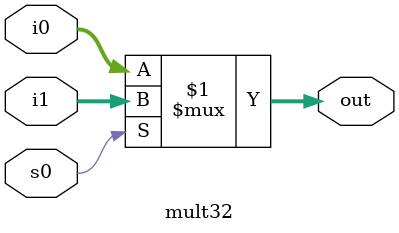
<source format=v>
module mult32(out, i0,i1,s0);
output [31:0] out;
input [31:0]i0,i1;
input s0;
assign out = s0 ? i1:i0;
endmodule

</source>
